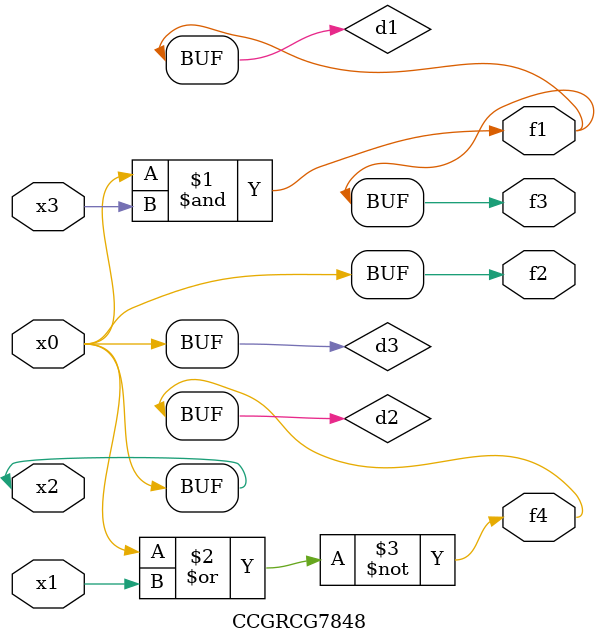
<source format=v>
module CCGRCG7848(
	input x0, x1, x2, x3,
	output f1, f2, f3, f4
);

	wire d1, d2, d3;

	and (d1, x2, x3);
	nor (d2, x0, x1);
	buf (d3, x0, x2);
	assign f1 = d1;
	assign f2 = d3;
	assign f3 = d1;
	assign f4 = d2;
endmodule

</source>
